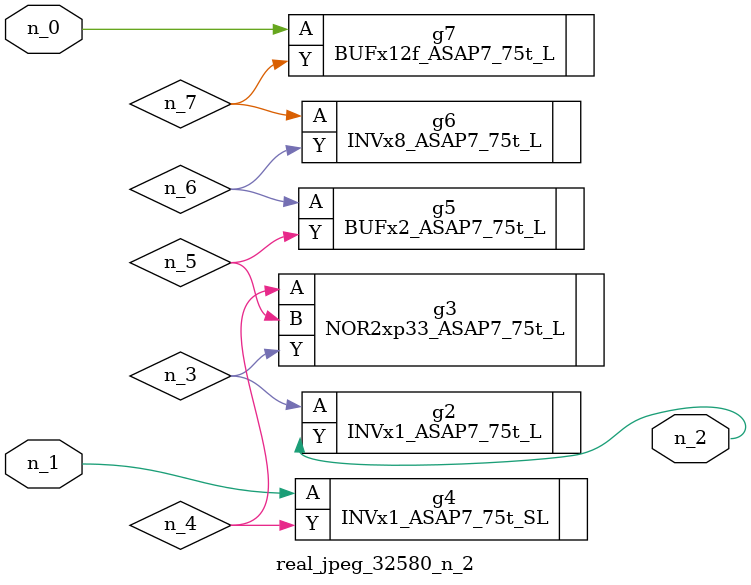
<source format=v>
module real_jpeg_32580_n_2 (n_1, n_0, n_2);

input n_1;
input n_0;

output n_2;

wire n_5;
wire n_4;
wire n_6;
wire n_7;
wire n_3;

BUFx12f_ASAP7_75t_L g7 ( 
.A(n_0),
.Y(n_7)
);

INVx1_ASAP7_75t_SL g4 ( 
.A(n_1),
.Y(n_4)
);

INVx1_ASAP7_75t_L g2 ( 
.A(n_3),
.Y(n_2)
);

NOR2xp33_ASAP7_75t_L g3 ( 
.A(n_4),
.B(n_5),
.Y(n_3)
);

BUFx2_ASAP7_75t_L g5 ( 
.A(n_6),
.Y(n_5)
);

INVx8_ASAP7_75t_L g6 ( 
.A(n_7),
.Y(n_6)
);


endmodule
</source>
